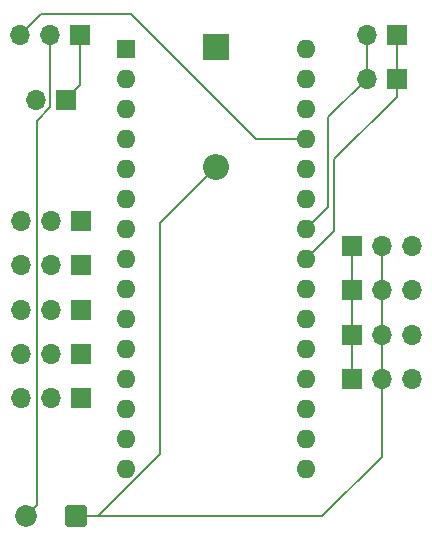
<source format=gbr>
%TF.GenerationSoftware,KiCad,Pcbnew,8.0.3*%
%TF.CreationDate,2024-07-09T10:02:45+02:00*%
%TF.ProjectId,Krabbler,4b726162-626c-4657-922e-6b696361645f,24.1*%
%TF.SameCoordinates,Original*%
%TF.FileFunction,Copper,L2,Bot*%
%TF.FilePolarity,Positive*%
%FSLAX46Y46*%
G04 Gerber Fmt 4.6, Leading zero omitted, Abs format (unit mm)*
G04 Created by KiCad (PCBNEW 8.0.3) date 2024-07-09 10:02:45*
%MOMM*%
%LPD*%
G01*
G04 APERTURE LIST*
G04 Aperture macros list*
%AMRoundRect*
0 Rectangle with rounded corners*
0 $1 Rounding radius*
0 $2 $3 $4 $5 $6 $7 $8 $9 X,Y pos of 4 corners*
0 Add a 4 corners polygon primitive as box body*
4,1,4,$2,$3,$4,$5,$6,$7,$8,$9,$2,$3,0*
0 Add four circle primitives for the rounded corners*
1,1,$1+$1,$2,$3*
1,1,$1+$1,$4,$5*
1,1,$1+$1,$6,$7*
1,1,$1+$1,$8,$9*
0 Add four rect primitives between the rounded corners*
20,1,$1+$1,$2,$3,$4,$5,0*
20,1,$1+$1,$4,$5,$6,$7,0*
20,1,$1+$1,$6,$7,$8,$9,0*
20,1,$1+$1,$8,$9,$2,$3,0*%
G04 Aperture macros list end*
%TA.AperFunction,ComponentPad*%
%ADD10R,1.700000X1.700000*%
%TD*%
%TA.AperFunction,ComponentPad*%
%ADD11O,1.700000X1.700000*%
%TD*%
%TA.AperFunction,ComponentPad*%
%ADD12R,2.200000X2.200000*%
%TD*%
%TA.AperFunction,ComponentPad*%
%ADD13O,2.200000X2.200000*%
%TD*%
%TA.AperFunction,ComponentPad*%
%ADD14RoundRect,0.250000X0.675000X0.675000X-0.675000X0.675000X-0.675000X-0.675000X0.675000X-0.675000X0*%
%TD*%
%TA.AperFunction,ComponentPad*%
%ADD15C,1.850000*%
%TD*%
%TA.AperFunction,ComponentPad*%
%ADD16R,1.600000X1.600000*%
%TD*%
%TA.AperFunction,ComponentPad*%
%ADD17O,1.600000X1.600000*%
%TD*%
%TA.AperFunction,Conductor*%
%ADD18C,0.200000*%
%TD*%
G04 APERTURE END LIST*
D10*
%TO.P,M5,1,PWM*%
%TO.N,Net-(M5-PWM)*%
X68625000Y-63790000D03*
D11*
%TO.P,M5,2,+*%
%TO.N,Net-(A1-+)*%
X66085000Y-63790000D03*
%TO.P,M5,3,-*%
%TO.N,Net-(A1--)*%
X63545000Y-63790000D03*
%TD*%
D10*
%TO.P,P3,1,Pin_1*%
%TO.N,+6V*%
X67350000Y-38540000D03*
D11*
%TO.P,P3,2,Pin_2*%
%TO.N,Net-(A1--)*%
X64810000Y-38540000D03*
%TD*%
D12*
%TO.P,D1,1,K*%
%TO.N,Net-(D1-K)*%
X80100000Y-34040000D03*
D13*
%TO.P,D1,2,A*%
%TO.N,Net-(A1-+)*%
X80100000Y-44200000D03*
%TD*%
D10*
%TO.P,A1,1,-*%
%TO.N,Net-(A1--)*%
X91600000Y-62165000D03*
D11*
%TO.P,A1,2,+*%
%TO.N,Net-(A1-+)*%
X94140000Y-62165000D03*
%TO.P,A1,3,data*%
%TO.N,Net-(A1-data)*%
X96680000Y-62165000D03*
%TD*%
D14*
%TO.P,P2,1,Pin_1*%
%TO.N,Net-(A1-+)*%
X68200000Y-73790000D03*
D15*
%TO.P,P2,2,Pin_2*%
%TO.N,Net-(P1-+)*%
X64000000Y-73790000D03*
%TD*%
D16*
%TO.P,MC1,1,D1/TX*%
%TO.N,unconnected-(MC1-D1{slash}TX-Pad1)*%
X72490000Y-34250000D03*
D17*
%TO.P,MC1,2,D0/RX*%
%TO.N,unconnected-(MC1-D0{slash}RX-Pad2)*%
X72490000Y-36790000D03*
%TO.P,MC1,3,~{RESET}*%
%TO.N,unconnected-(MC1-~{RESET}-Pad3)*%
X72490000Y-39330000D03*
%TO.P,MC1,4,GND*%
%TO.N,unconnected-(MC1-GND-Pad4)*%
X72490000Y-41870000D03*
%TO.P,MC1,5,D2*%
%TO.N,unconnected-(MC1-D2-Pad5)*%
X72490000Y-44410000D03*
%TO.P,MC1,6,D3*%
%TO.N,Net-(M1-PWM)*%
X72490000Y-46950000D03*
%TO.P,MC1,7,D4*%
%TO.N,unconnected-(MC1-D4-Pad7)*%
X72490000Y-49490000D03*
%TO.P,MC1,8,D5*%
%TO.N,Net-(M2-PWM)*%
X72490000Y-52030000D03*
%TO.P,MC1,9,D6*%
%TO.N,Net-(M3-PWM)*%
X72490000Y-54570000D03*
%TO.P,MC1,10,D7*%
%TO.N,unconnected-(MC1-D7-Pad10)*%
X72490000Y-57110000D03*
%TO.P,MC1,11,D8*%
%TO.N,unconnected-(MC1-D8-Pad11)*%
X72490000Y-59650000D03*
%TO.P,MC1,12,D9*%
%TO.N,Net-(M4-PWM)*%
X72490000Y-62190000D03*
%TO.P,MC1,13,D10*%
%TO.N,Net-(M5-PWM)*%
X72490000Y-64730000D03*
%TO.P,MC1,14,D11*%
%TO.N,unconnected-(MC1-D11-Pad14)*%
X72490000Y-67270000D03*
%TO.P,MC1,15,D12*%
%TO.N,unconnected-(MC1-D12-Pad15)*%
X72490000Y-69810000D03*
%TO.P,MC1,16,D13*%
%TO.N,unconnected-(MC1-D13-Pad16)*%
X87730000Y-69810000D03*
%TO.P,MC1,17,3V3*%
%TO.N,unconnected-(MC1-3V3-Pad17)*%
X87730000Y-67270000D03*
%TO.P,MC1,18,AREF*%
%TO.N,unconnected-(MC1-AREF-Pad18)*%
X87730000Y-64730000D03*
%TO.P,MC1,19,A0*%
%TO.N,Net-(A1-data)*%
X87730000Y-62190000D03*
%TO.P,MC1,20,A1*%
%TO.N,Net-(A2-data)*%
X87730000Y-59650000D03*
%TO.P,MC1,21,A2*%
%TO.N,Net-(A3-data)*%
X87730000Y-57110000D03*
%TO.P,MC1,22,A3*%
%TO.N,Net-(A4-data)*%
X87730000Y-54570000D03*
%TO.P,MC1,23,A4*%
%TO.N,Net-(I2C_1-SDA)*%
X87730000Y-52030000D03*
%TO.P,MC1,24,A5*%
%TO.N,Net-(I2C_1-SCL)*%
X87730000Y-49490000D03*
%TO.P,MC1,25,A6*%
%TO.N,unconnected-(MC1-A6-Pad25)*%
X87730000Y-46950000D03*
%TO.P,MC1,26,A7*%
%TO.N,unconnected-(MC1-A7-Pad26)*%
X87730000Y-44410000D03*
%TO.P,MC1,27,+5V*%
%TO.N,Net-(MC1-+5V)*%
X87730000Y-41870000D03*
%TO.P,MC1,28,~{RESET}*%
%TO.N,unconnected-(MC1-~{RESET}-Pad28)*%
X87730000Y-39330000D03*
%TO.P,MC1,29,GND*%
%TO.N,Net-(A1--)*%
X87730000Y-36790000D03*
%TO.P,MC1,30,VIN*%
%TO.N,Net-(D1-K)*%
X87730000Y-34250000D03*
%TD*%
D10*
%TO.P,M4,1,PWM*%
%TO.N,Net-(M4-PWM)*%
X68625000Y-60040000D03*
D11*
%TO.P,M4,2,+*%
%TO.N,Net-(A1-+)*%
X66085000Y-60040000D03*
%TO.P,M4,3,-*%
%TO.N,Net-(A1--)*%
X63545000Y-60040000D03*
%TD*%
D10*
%TO.P,M1,1,PWM*%
%TO.N,Net-(M1-PWM)*%
X68625000Y-48790000D03*
D11*
%TO.P,M1,2,+*%
%TO.N,Net-(A1-+)*%
X66085000Y-48790000D03*
%TO.P,M1,3,-*%
%TO.N,Net-(A1--)*%
X63545000Y-48790000D03*
%TD*%
D10*
%TO.P,M2,1,PWM*%
%TO.N,Net-(M2-PWM)*%
X68625000Y-52540000D03*
D11*
%TO.P,M2,2,+*%
%TO.N,Net-(A1-+)*%
X66085000Y-52540000D03*
%TO.P,M2,3,-*%
%TO.N,Net-(A1--)*%
X63545000Y-52540000D03*
%TD*%
D10*
%TO.P,A2,1,-*%
%TO.N,Net-(A1--)*%
X91600000Y-58415000D03*
D11*
%TO.P,A2,2,+*%
%TO.N,Net-(A1-+)*%
X94140000Y-58415000D03*
%TO.P,A2,3,data*%
%TO.N,Net-(A2-data)*%
X96680000Y-58415000D03*
%TD*%
D10*
%TO.P,I2C_2,1,SDA*%
%TO.N,Net-(I2C_1-SDA)*%
X95375000Y-36790000D03*
D11*
%TO.P,I2C_2,2,SCL*%
%TO.N,Net-(I2C_1-SCL)*%
X92835000Y-36790000D03*
%TD*%
D10*
%TO.P,I2C_1,1,SDA*%
%TO.N,Net-(I2C_1-SDA)*%
X95375000Y-33040000D03*
D11*
%TO.P,I2C_1,2,SCL*%
%TO.N,Net-(I2C_1-SCL)*%
X92835000Y-33040000D03*
%TD*%
D10*
%TO.P,P1,1,-*%
%TO.N,+6V*%
X68600000Y-33040000D03*
D11*
%TO.P,P1,2,+*%
%TO.N,Net-(P1-+)*%
X66060000Y-33040000D03*
%TO.P,P1,3,data*%
%TO.N,Net-(MC1-+5V)*%
X63520000Y-33040000D03*
%TD*%
D10*
%TO.P,M3,1,PWM*%
%TO.N,Net-(M3-PWM)*%
X68625000Y-56290000D03*
D11*
%TO.P,M3,2,+*%
%TO.N,Net-(A1-+)*%
X66085000Y-56290000D03*
%TO.P,M3,3,-*%
%TO.N,Net-(A1--)*%
X63545000Y-56290000D03*
%TD*%
D10*
%TO.P,A3,1,-*%
%TO.N,Net-(A1--)*%
X91625000Y-54665000D03*
D11*
%TO.P,A3,2,+*%
%TO.N,Net-(A1-+)*%
X94165000Y-54665000D03*
%TO.P,A3,3,data*%
%TO.N,Net-(A3-data)*%
X96705000Y-54665000D03*
%TD*%
D10*
%TO.P,A4,1,-*%
%TO.N,Net-(A1--)*%
X91600000Y-50915000D03*
D11*
%TO.P,A4,2,+*%
%TO.N,Net-(A1-+)*%
X94140000Y-50915000D03*
%TO.P,A4,3,data*%
%TO.N,Net-(A4-data)*%
X96680000Y-50915000D03*
%TD*%
D18*
%TO.N,+6V*%
X68600000Y-37290000D02*
X68600000Y-33040000D01*
X67350000Y-38540000D02*
X68600000Y-37290000D01*
%TO.N,Net-(I2C_1-SDA)*%
X90100000Y-43540000D02*
X90100000Y-49660000D01*
X90100000Y-49660000D02*
X87730000Y-52030000D01*
X95375000Y-36790000D02*
X95375000Y-38265000D01*
X95375000Y-33040000D02*
X95375000Y-36790000D01*
X95375000Y-38265000D02*
X90100000Y-43540000D01*
%TO.N,Net-(I2C_1-SCL)*%
X92835000Y-33040000D02*
X92835000Y-36790000D01*
X89600000Y-40025000D02*
X89600000Y-47620000D01*
X92835000Y-36790000D02*
X89600000Y-40025000D01*
X89600000Y-47620000D02*
X87730000Y-49490000D01*
%TO.N,Net-(A1-+)*%
X89100000Y-73790000D02*
X94140000Y-68750000D01*
X75350000Y-48950000D02*
X75350000Y-68505635D01*
X94140000Y-50915000D02*
X94140000Y-62165000D01*
X75350000Y-68505635D02*
X70065635Y-73790000D01*
X68200000Y-73790000D02*
X89100000Y-73790000D01*
X70065635Y-73790000D02*
X68200000Y-73790000D01*
X80100000Y-44200000D02*
X75350000Y-48950000D01*
X94140000Y-68750000D02*
X94140000Y-62165000D01*
%TO.N,Net-(A1--)*%
X63545000Y-63985000D02*
X64000000Y-64440000D01*
X63545000Y-63790000D02*
X63545000Y-63985000D01*
X91600000Y-50915000D02*
X91600000Y-62165000D01*
%TO.N,Net-(MC1-+5V)*%
X72850000Y-31290000D02*
X65270000Y-31290000D01*
X65270000Y-31290000D02*
X63520000Y-33040000D01*
X87730000Y-41870000D02*
X83430000Y-41870000D01*
X83430000Y-41870000D02*
X72850000Y-31290000D01*
%TO.N,Net-(P1-+)*%
X64000000Y-73790000D02*
X64935000Y-72855000D01*
X64935000Y-40291346D02*
X66060000Y-39166346D01*
X66060000Y-39166346D02*
X66060000Y-33040000D01*
X64935000Y-72855000D02*
X64935000Y-40291346D01*
%TD*%
M02*

</source>
